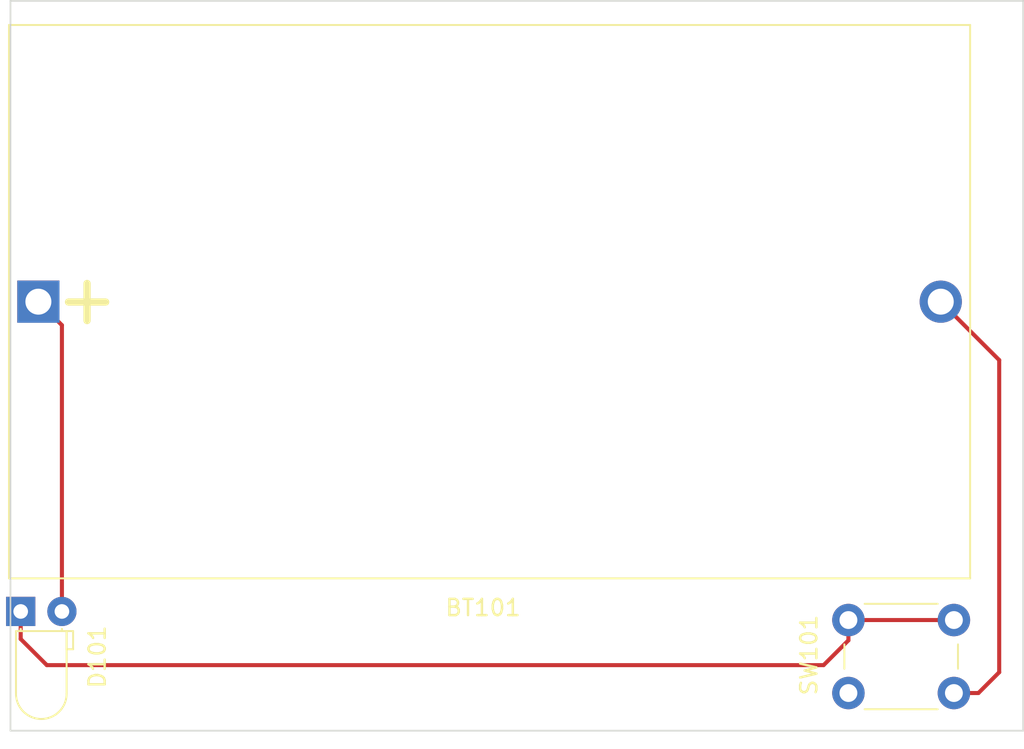
<source format=kicad_pcb>
(kicad_pcb (version 20240108) (generator "pcbnew") (generator_version "8.0")
  (layers (0 "F.Cu" signal) (31 "B.Cu" signal) (34 "B.Paste" user) (35 "F.Paste" user) (36 "B.SilkS" user "B.Silkscreen") (37 "F.SilkS" user "F.Silkscreen") (38 "B.Mask" user) (39 "F.Mask" user) (44 "Edge.Cuts" user))
  (net 0 "")
  (net 1 "+3V0")
  (net 2 "GND")
  (net 3 "Net-(D101-K)")
  (footprint "Battery:BatteryHolder_Bulgin_BX0036_1xC" (layer "F.Cu") (at 114.32 83.55)
    (property "Reference" "BT101" (at 27.4 18.87 0) (layer "F.SilkS"))
    (property "Value" "Battery")
    (fp_line (start -1.81 -17.06) (end -1.81 17.06) (stroke (width 0.12)) (layer "F.SilkS"))
    (fp_line (start -1.81 -17.06) (end 57.41 -17.06) (stroke (width 0.12)) (layer "F.SilkS"))
    (fp_line (start -1.81 17.06) (end 57.41 17.06) (stroke (width 0.12)) (layer "F.SilkS"))
    (fp_line (start 57.41 -17.06) (end 57.41 17.06) (stroke (width 0.12)) (layer "F.SilkS"))
    (fp_text user "+" (at 3 -0.2 0) (layer "F.SilkS") (effects (font (size 3 3) (thickness 0.45))))
    (pad "" np_thru_hole circle (at 11.9 0) (size 3.8 3.8) (drill 3.8) (layers "*.Cu" "*.Mask"))
    (pad "" np_thru_hole circle (at 43.7 0) (size 3.8 3.8) (drill 3.8) (layers "*.Cu" "*.Mask"))
    (pad "1" thru_hole rect (at 0 0) (size 2.6 2.6) (drill 1.6) (layers "*.Cu" "*.Mask") (net 1 "+3V0"))
    (pad "2" thru_hole circle (at 55.6 0) (size 2.6 2.6) (drill 1.6) (layers "*.Cu" "*.Mask") (net 2 "GND"))
  )
  (footprint "LED_THT:LED_D3.0mm_Horizontal_O1.27mm_Z2.0mm" (layer "F.Cu") (at 113.23 102.65)
    (property "Reference" "D101" (at 4.72 2.8 90) (layer "F.SilkS"))
    (property "Value" "LED")
    (fp_line (start -0.29 1.21) (end -0.29 5.07) (stroke (width 0.12)) (layer "F.SilkS"))
    (fp_line (start -0.29 1.21) (end 2.83 1.21) (stroke (width 0.12)) (layer "F.SilkS"))
    (fp_line (start 0 1.08) (end 0 1.08) (stroke (width 0.12)) (layer "F.SilkS"))
    (fp_line (start 0 1.08) (end 0 1.21) (stroke (width 0.12)) (layer "F.SilkS"))
    (fp_line (start 0 1.21) (end 0 1.08) (stroke (width 0.12)) (layer "F.SilkS"))
    (fp_line (start 0 1.21) (end 0 1.21) (stroke (width 0.12)) (layer "F.SilkS"))
    (fp_line (start 2.54 1.08) (end 2.54 1.08) (stroke (width 0.12)) (layer "F.SilkS"))
    (fp_line (start 2.54 1.08) (end 2.54 1.21) (stroke (width 0.12)) (layer "F.SilkS"))
    (fp_line (start 2.54 1.21) (end 2.54 1.08) (stroke (width 0.12)) (layer "F.SilkS"))
    (fp_line (start 2.54 1.21) (end 2.54 1.21) (stroke (width 0.12)) (layer "F.SilkS"))
    (fp_line (start 2.83 1.21) (end 2.83 5.07) (stroke (width 0.12)) (layer "F.SilkS"))
    (fp_line (start 2.83 1.21) (end 3.23 1.21) (stroke (width 0.12)) (layer "F.SilkS"))
    (fp_line (start 2.83 2.33) (end 2.83 1.21) (stroke (width 0.12)) (layer "F.SilkS"))
    (fp_line (start 3.23 1.21) (end 3.23 2.33) (stroke (width 0.12)) (layer "F.SilkS"))
    (fp_line (start 3.23 2.33) (end 2.83 2.33) (stroke (width 0.12)) (layer "F.SilkS"))
    (fp_arc (start 2.83 5.07) (mid 1.27 6.63) (end -0.29 5.07) (stroke (width 0.12)) (layer "F.SilkS"))
    (pad "1" thru_hole rect (at 0 0) (size 1.8 1.8) (drill 0.9) (layers "*.Cu" "*.Mask") (net 3 "Net-(D101-K)"))
    (pad "2" thru_hole circle (at 2.54 0) (size 1.8 1.8) (drill 0.9) (layers "*.Cu" "*.Mask") (net 1 "+3V0"))
  )
  (footprint "Button_Switch_THT:SW_PUSH_6mm" (layer "F.Cu") (at 164.23 103.18)
    (property "Reference" "SW101" (at -2.43 2.16 -90) (layer "F.SilkS"))
    (property "Value" "SW_Push")
    (fp_line (start -0.25 1.5) (end -0.25 3) (stroke (width 0.12)) (layer "F.SilkS"))
    (fp_line (start 1 5.5) (end 5.5 5.5) (stroke (width 0.12)) (layer "F.SilkS"))
    (fp_line (start 5.5 -1) (end 1 -1) (stroke (width 0.12)) (layer "F.SilkS"))
    (fp_line (start 6.75 3) (end 6.75 1.5) (stroke (width 0.12)) (layer "F.SilkS"))
    (pad "1" thru_hole circle (at 0 0 90) (size 2 2) (drill 1.1) (layers "*.Cu" "*.Mask") (net 3 "Net-(D101-K)"))
    (pad "1" thru_hole circle (at 6.5 0 90) (size 2 2) (drill 1.1) (layers "*.Cu" "*.Mask") (net 3 "Net-(D101-K)"))
    (pad "2" thru_hole circle (at 0 4.5 90) (size 2 2) (drill 1.1) (layers "*.Cu" "*.Mask") (net 2 "GND"))
    (pad "2" thru_hole circle (at 6.5 4.5 90) (size 2 2) (drill 1.1) (layers "*.Cu" "*.Mask") (net 2 "GND"))
  )
  (gr_line (start 175 110) (end 175 65) (stroke (width 0.1)) (layer "Edge.Cuts"))
  (gr_line (start 112.6 65) (end 112.6 110) (stroke (width 0.1)) (layer "Edge.Cuts"))
  (gr_line (start 175 65) (end 112.6 65) (stroke (width 0.1)) (layer "Edge.Cuts"))
  (gr_line (start 175 110) (end 112.6 110) (stroke (width 0.1)) (layer "Edge.Cuts"))
  (segment (start 115.77 85) (end 114.32 83.55) (width 0.25) (layer "F.Cu") (net 1))
  (segment (start 115.77 102.65) (end 115.77 85) (width 0.25) (layer "F.Cu") (net 1))
  (segment (start 173.52 106.4) (end 173.52 87.15) (width 0.25) (layer "F.Cu") (net 2))
  (segment (start 172.24 107.68) (end 173.52 106.4) (width 0.25) (layer "F.Cu") (net 2))
  (segment (start 173.52 87.15) (end 169.92 83.55) (width 0.25) (layer "F.Cu") (net 2))
  (segment (start 170.73 107.68) (end 172.24 107.68) (width 0.25) (layer "F.Cu") (net 2))
  (segment (start 113.23 102.65) (end 113.23 104.35) (width 0.25) (layer "F.Cu") (net 3))
  (segment (start 114.84 105.96) (end 162.7 105.96) (width 0.25) (layer "F.Cu") (net 3))
  (segment (start 113.23 104.35) (end 114.84 105.96) (width 0.25) (layer "F.Cu") (net 3))
  (segment (start 164.23 103.18) (end 170.73 103.18) (width 0.25) (layer "F.Cu") (net 3))
  (segment (start 162.7 105.96) (end 164.23 104.43) (width 0.25) (layer "F.Cu") (net 3))
  (segment (start 164.23 104.43) (end 164.23 103.18) (width 0.25) (layer "F.Cu") (net 3))
)
</source>
